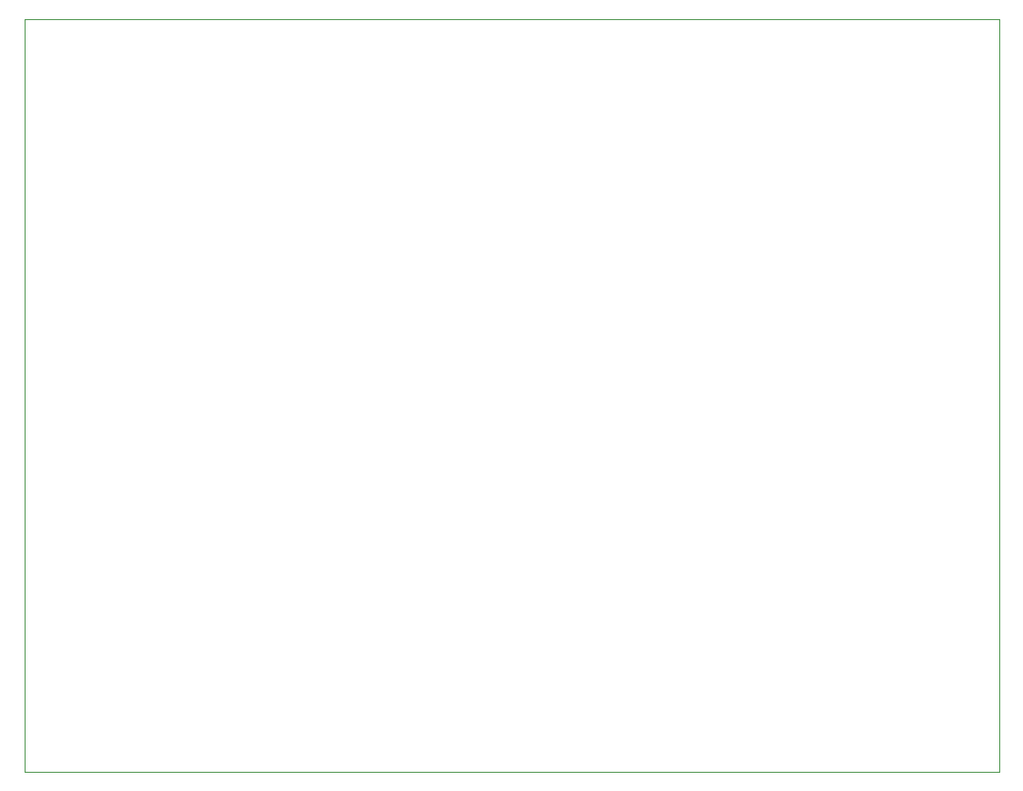
<source format=gbr>
G04 #@! TF.GenerationSoftware,KiCad,Pcbnew,(5.0.2)-1*
G04 #@! TF.CreationDate,2019-11-03T18:05:40-05:00*
G04 #@! TF.ProjectId,bin2hex,62696e32-6865-4782-9e6b-696361645f70,v01*
G04 #@! TF.SameCoordinates,Original*
G04 #@! TF.FileFunction,Profile,NP*
%FSLAX46Y46*%
G04 Gerber Fmt 4.6, Leading zero omitted, Abs format (unit mm)*
G04 Created by KiCad (PCBNEW (5.0.2)-1) date 11/3/2019 6:05:40 PM*
%MOMM*%
%LPD*%
G01*
G04 APERTURE LIST*
%ADD10C,0.001000*%
G04 APERTURE END LIST*
D10*
X190000000Y-141094200D02*
X99500000Y-141094200D01*
X190000000Y-71195800D02*
X190000000Y-141094200D01*
X99500000Y-71195800D02*
X190000000Y-71195800D01*
X99500000Y-71195800D02*
X99500000Y-141094200D01*
M02*

</source>
